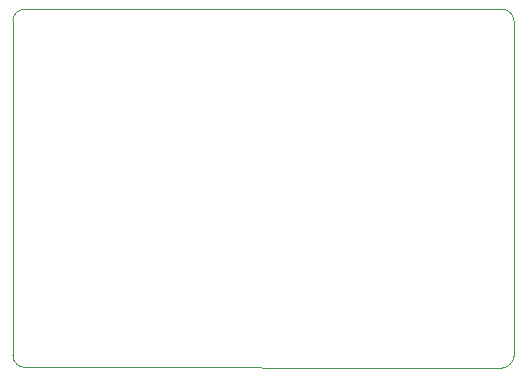
<source format=gbr>
%TF.GenerationSoftware,KiCad,Pcbnew,8.0.7*%
%TF.CreationDate,2025-03-18T00:38:47-04:00*%
%TF.ProjectId,small_hbridge,736d616c-6c5f-4686-9272-696467652e6b,rev?*%
%TF.SameCoordinates,Original*%
%TF.FileFunction,Profile,NP*%
%FSLAX46Y46*%
G04 Gerber Fmt 4.6, Leading zero omitted, Abs format (unit mm)*
G04 Created by KiCad (PCBNEW 8.0.7) date 2025-03-18 00:38:47*
%MOMM*%
%LPD*%
G01*
G04 APERTURE LIST*
%TA.AperFunction,Profile*%
%ADD10C,0.050000*%
%TD*%
G04 APERTURE END LIST*
D10*
X195580000Y-101869127D02*
G75*
G02*
X194579128Y-102869100I-1000000J27D01*
G01*
X154162000Y-72517000D02*
X194580000Y-72517000D01*
X195580000Y-73517000D02*
X195580000Y-101869127D01*
X153162000Y-101829081D02*
X153162000Y-73517000D01*
X194580000Y-72517000D02*
G75*
G02*
X195580000Y-73517000I0J-1000000D01*
G01*
X154161009Y-102829081D02*
G75*
G02*
X153162019Y-101829081I991J999981D01*
G01*
X194579128Y-102869127D02*
X154161009Y-102829081D01*
X153162000Y-73517000D02*
G75*
G02*
X154162000Y-72517000I1000000J0D01*
G01*
M02*

</source>
